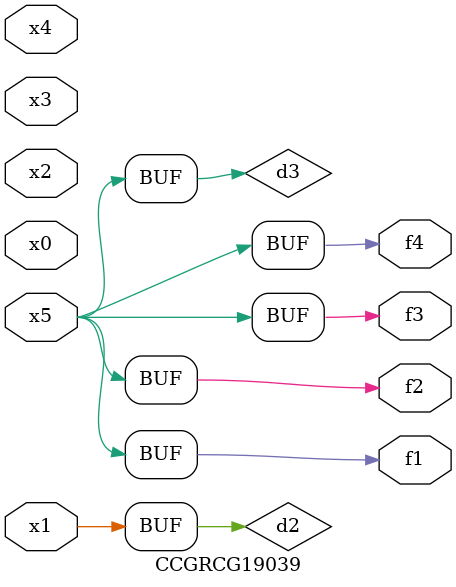
<source format=v>
module CCGRCG19039(
	input x0, x1, x2, x3, x4, x5,
	output f1, f2, f3, f4
);

	wire d1, d2, d3;

	not (d1, x5);
	or (d2, x1);
	xnor (d3, d1);
	assign f1 = d3;
	assign f2 = d3;
	assign f3 = d3;
	assign f4 = d3;
endmodule

</source>
